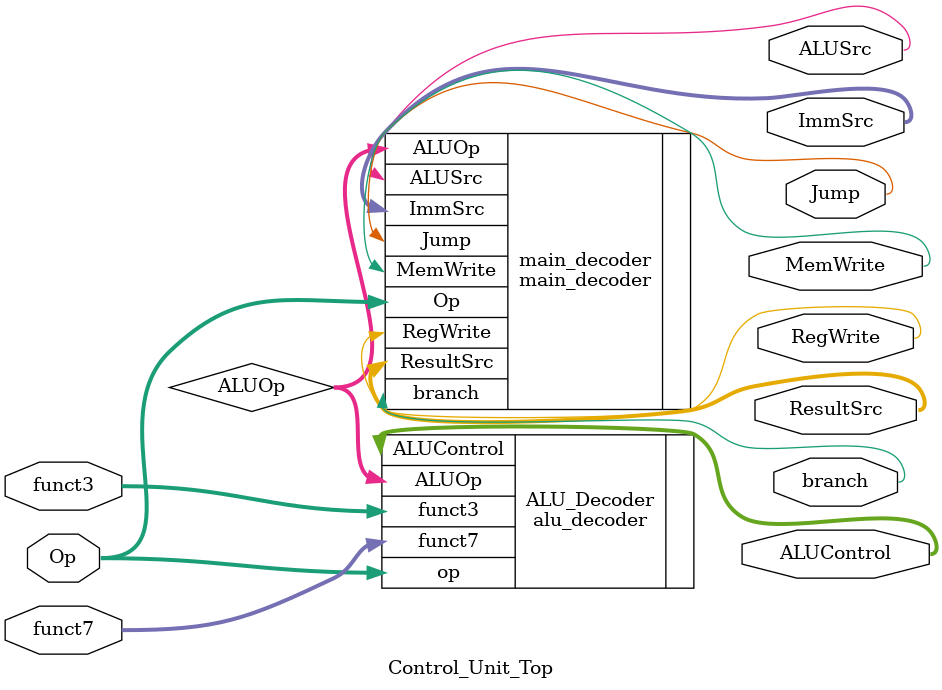
<source format=v>

module Control_Unit_Top(Op,funct7,funct3,RegWrite,ALUSrc,MemWrite,ResultSrc,ImmSrc,ALUControl,branch,Jump);

    input [6:0]Op,funct7;
    input [2:0]funct3;
    output  Jump;
    output ALUSrc,MemWrite,RegWrite,branch;
    output [1:0]ImmSrc,  ResultSrc;
    output [2:0]ALUControl;

    wire [1:0]ALUOp;

    main_decoder main_decoder(
                .Op(Op),
                .RegWrite(RegWrite),
                .ImmSrc(ImmSrc),
                .MemWrite(MemWrite),
                .ResultSrc(ResultSrc),
                .ALUSrc(ALUSrc),
                .ALUOp(ALUOp),
                .branch(branch),
                .Jump(Jump)
    );

    alu_decoder ALU_Decoder(
                            .ALUOp(ALUOp),
                            .funct3(funct3),
                            .funct7(funct7),
                            .op(Op),
                            .ALUControl(ALUControl)
    );


endmodule

</source>
